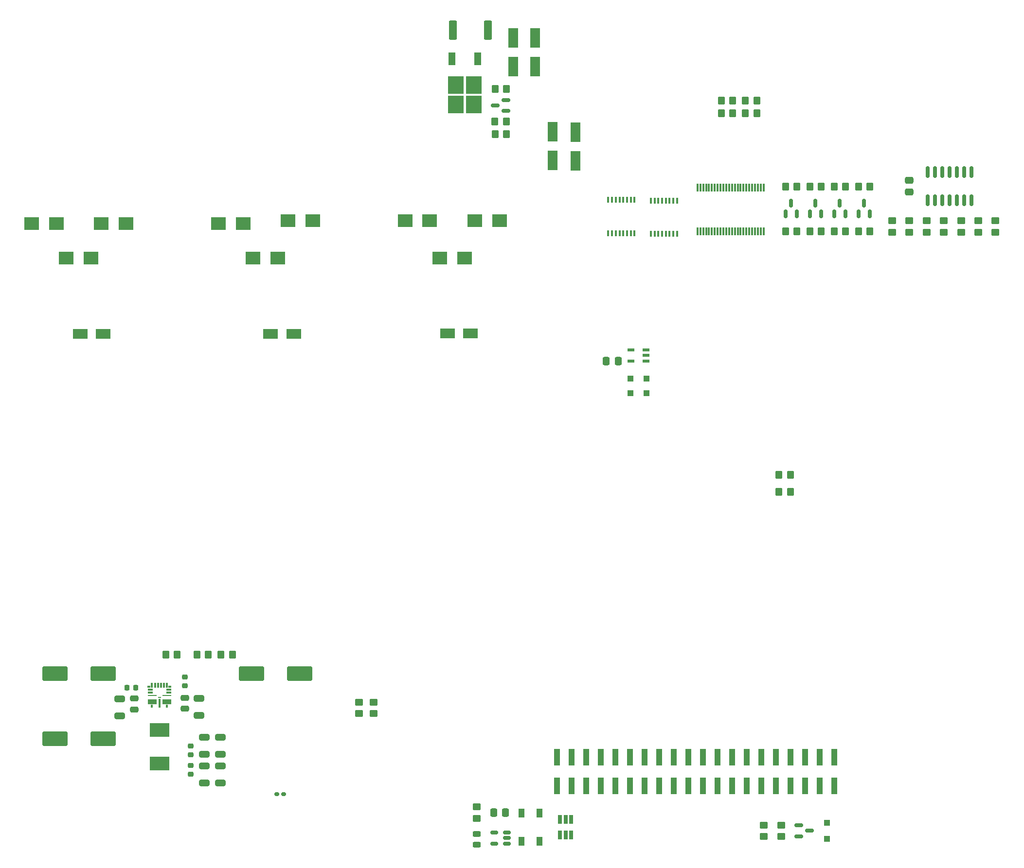
<source format=gbr>
%TF.GenerationSoftware,KiCad,Pcbnew,6.0.5+dfsg-1~bpo11+1*%
%TF.CreationDate,2022-06-23T19:05:58+00:00*%
%TF.ProjectId,OpenMowerMainboard,4f70656e-4d6f-4776-9572-4d61696e626f,rev?*%
%TF.SameCoordinates,Original*%
%TF.FileFunction,Paste,Top*%
%TF.FilePolarity,Positive*%
%FSLAX46Y46*%
G04 Gerber Fmt 4.6, Leading zero omitted, Abs format (unit mm)*
G04 Created by KiCad (PCBNEW 6.0.5+dfsg-1~bpo11+1) date 2022-06-23 19:05:58*
%MOMM*%
%LPD*%
G01*
G04 APERTURE LIST*
G04 Aperture macros list*
%AMRoundRect*
0 Rectangle with rounded corners*
0 $1 Rounding radius*
0 $2 $3 $4 $5 $6 $7 $8 $9 X,Y pos of 4 corners*
0 Add a 4 corners polygon primitive as box body*
4,1,4,$2,$3,$4,$5,$6,$7,$8,$9,$2,$3,0*
0 Add four circle primitives for the rounded corners*
1,1,$1+$1,$2,$3*
1,1,$1+$1,$4,$5*
1,1,$1+$1,$6,$7*
1,1,$1+$1,$8,$9*
0 Add four rect primitives between the rounded corners*
20,1,$1+$1,$2,$3,$4,$5,0*
20,1,$1+$1,$4,$5,$6,$7,0*
20,1,$1+$1,$6,$7,$8,$9,0*
20,1,$1+$1,$8,$9,$2,$3,0*%
G04 Aperture macros list end*
%ADD10R,1.800000X3.500000*%
%ADD11R,0.400000X1.000000*%
%ADD12RoundRect,0.250000X-0.450000X0.350000X-0.450000X-0.350000X0.450000X-0.350000X0.450000X0.350000X0*%
%ADD13RoundRect,0.225000X-0.250000X0.225000X-0.250000X-0.225000X0.250000X-0.225000X0.250000X0.225000X0*%
%ADD14RoundRect,0.150000X-0.587500X-0.150000X0.587500X-0.150000X0.587500X0.150000X-0.587500X0.150000X0*%
%ADD15RoundRect,0.250000X0.350000X0.450000X-0.350000X0.450000X-0.350000X-0.450000X0.350000X-0.450000X0*%
%ADD16RoundRect,0.250000X-0.350000X-0.450000X0.350000X-0.450000X0.350000X0.450000X-0.350000X0.450000X0*%
%ADD17RoundRect,0.250000X-0.337500X-0.475000X0.337500X-0.475000X0.337500X0.475000X-0.337500X0.475000X0*%
%ADD18RoundRect,0.243750X-0.456250X0.243750X-0.456250X-0.243750X0.456250X-0.243750X0.456250X0.243750X0*%
%ADD19RoundRect,0.150000X0.512500X0.150000X-0.512500X0.150000X-0.512500X-0.150000X0.512500X-0.150000X0*%
%ADD20RoundRect,0.250000X1.950000X1.000000X-1.950000X1.000000X-1.950000X-1.000000X1.950000X-1.000000X0*%
%ADD21RoundRect,0.250000X0.450000X-0.350000X0.450000X0.350000X-0.450000X0.350000X-0.450000X-0.350000X0*%
%ADD22R,1.100000X1.100000*%
%ADD23RoundRect,0.225000X0.250000X-0.225000X0.250000X0.225000X-0.250000X0.225000X-0.250000X-0.225000X0*%
%ADD24RoundRect,0.250000X0.650000X-0.325000X0.650000X0.325000X-0.650000X0.325000X-0.650000X-0.325000X0*%
%ADD25R,2.500000X2.300000*%
%ADD26R,3.429000X2.413000*%
%ADD27R,2.500000X1.800000*%
%ADD28RoundRect,0.250000X-0.475000X0.337500X-0.475000X-0.337500X0.475000X-0.337500X0.475000X0.337500X0*%
%ADD29RoundRect,0.150000X0.150000X-0.587500X0.150000X0.587500X-0.150000X0.587500X-0.150000X-0.587500X0*%
%ADD30R,1.000000X3.000000*%
%ADD31RoundRect,0.250000X-0.650000X0.325000X-0.650000X-0.325000X0.650000X-0.325000X0.650000X0.325000X0*%
%ADD32R,0.650000X1.560000*%
%ADD33RoundRect,0.250000X-1.950000X-1.000000X1.950000X-1.000000X1.950000X1.000000X-1.950000X1.000000X0*%
%ADD34R,0.300000X1.425000*%
%ADD35R,1.150000X0.600000*%
%ADD36RoundRect,0.225000X0.225000X0.250000X-0.225000X0.250000X-0.225000X-0.250000X0.225000X-0.250000X0*%
%ADD37RoundRect,0.250000X-0.475000X0.250000X-0.475000X-0.250000X0.475000X-0.250000X0.475000X0.250000X0*%
%ADD38R,2.750000X3.050000*%
%ADD39R,1.200000X2.200000*%
%ADD40R,1.000000X1.500000*%
%ADD41RoundRect,0.160000X0.222500X0.160000X-0.222500X0.160000X-0.222500X-0.160000X0.222500X-0.160000X0*%
%ADD42RoundRect,0.250000X0.337500X0.475000X-0.337500X0.475000X-0.337500X-0.475000X0.337500X-0.475000X0*%
%ADD43R,0.875000X0.300000*%
%ADD44R,1.525000X0.250000*%
%ADD45R,1.525000X0.950000*%
%ADD46R,0.450000X0.600000*%
%ADD47R,0.300000X1.650000*%
%ADD48R,0.450000X0.875000*%
%ADD49R,0.300000X0.875000*%
%ADD50R,0.500000X0.350000*%
%ADD51R,0.600000X0.250000*%
%ADD52RoundRect,0.249999X0.450001X1.425001X-0.450001X1.425001X-0.450001X-1.425001X0.450001X-1.425001X0*%
%ADD53RoundRect,0.150000X0.150000X-0.825000X0.150000X0.825000X-0.150000X0.825000X-0.150000X-0.825000X0*%
%ADD54RoundRect,0.150000X0.587500X0.150000X-0.587500X0.150000X-0.587500X-0.150000X0.587500X-0.150000X0*%
G04 APERTURE END LIST*
D10*
%TO.C,D15*%
X123250000Y-67300000D03*
X123250000Y-62300000D03*
%TD*%
D11*
%TO.C,U9*%
X128925000Y-79900000D03*
X129575000Y-79900000D03*
X130225000Y-79900000D03*
X130875000Y-79900000D03*
X131525000Y-79900000D03*
X132175000Y-79900000D03*
X132825000Y-79900000D03*
X133475000Y-79900000D03*
X133475000Y-74100000D03*
X132825000Y-74100000D03*
X132175000Y-74100000D03*
X131525000Y-74100000D03*
X130875000Y-74100000D03*
X130225000Y-74100000D03*
X129575000Y-74100000D03*
X128925000Y-74100000D03*
%TD*%
D12*
%TO.C,R5*%
X159000000Y-183000000D03*
X159000000Y-185000000D03*
%TD*%
D13*
%TO.C,C19*%
X56200000Y-172625000D03*
X56200000Y-174175000D03*
%TD*%
D14*
%TO.C,Q3*%
X162062500Y-183050000D03*
X162062500Y-184950000D03*
X163937500Y-184000000D03*
%TD*%
D15*
%TO.C,R41*%
X154800000Y-56800000D03*
X152800000Y-56800000D03*
%TD*%
D16*
%TO.C,R26*%
X109220000Y-62650000D03*
X111220000Y-62650000D03*
%TD*%
D17*
%TO.C,C25*%
X108962500Y-180800000D03*
X111037500Y-180800000D03*
%TD*%
D18*
%TO.C,D23*%
X106000000Y-184522500D03*
X106000000Y-186397500D03*
%TD*%
D19*
%TO.C,U7*%
X111307500Y-186220000D03*
X111307500Y-185270000D03*
X111307500Y-184320000D03*
X109032500Y-184320000D03*
X109032500Y-186220000D03*
%TD*%
D20*
%TO.C,C10*%
X41000000Y-168000000D03*
X32600000Y-168000000D03*
%TD*%
D15*
%TO.C,R40*%
X150600000Y-56800000D03*
X148600000Y-56800000D03*
%TD*%
D21*
%TO.C,R50*%
X196320000Y-79720000D03*
X196320000Y-77720000D03*
%TD*%
D15*
%TO.C,R43*%
X154800000Y-59000000D03*
X152800000Y-59000000D03*
%TD*%
D12*
%TO.C,R13*%
X88090000Y-161600000D03*
X88090000Y-163600000D03*
%TD*%
D22*
%TO.C,D14*%
X132800000Y-107800000D03*
X135600000Y-107800000D03*
%TD*%
D16*
%TO.C,R15*%
X168216666Y-79600000D03*
X170216666Y-79600000D03*
%TD*%
D12*
%TO.C,R48*%
X193320000Y-77720000D03*
X193320000Y-79720000D03*
%TD*%
D20*
%TO.C,C9*%
X41000000Y-156600000D03*
X32600000Y-156600000D03*
%TD*%
D23*
%TO.C,C18*%
X56200000Y-170775000D03*
X56200000Y-169225000D03*
%TD*%
D24*
%TO.C,C16*%
X58600000Y-170675000D03*
X58600000Y-167725000D03*
%TD*%
D25*
%TO.C,D7*%
X73175000Y-77750000D03*
X77475000Y-77750000D03*
%TD*%
D26*
%TO.C,L1*%
X50800000Y-166479000D03*
X50800000Y-172321000D03*
%TD*%
D27*
%TO.C,D19*%
X70150000Y-97400000D03*
X74150000Y-97400000D03*
%TD*%
D25*
%TO.C,D5*%
X28545000Y-78250000D03*
X32845000Y-78250000D03*
%TD*%
%TO.C,D9*%
X67100000Y-84250000D03*
X71400000Y-84250000D03*
%TD*%
D15*
%TO.C,R11*%
X59300000Y-153300000D03*
X57300000Y-153300000D03*
%TD*%
D21*
%TO.C,R7*%
X85550000Y-163600000D03*
X85550000Y-161600000D03*
%TD*%
D22*
%TO.C,D13*%
X135600000Y-105200000D03*
X132800000Y-105200000D03*
%TD*%
D21*
%TO.C,R44*%
X187320000Y-79720000D03*
X187320000Y-77720000D03*
%TD*%
D15*
%TO.C,R12*%
X63500000Y-153300000D03*
X61500000Y-153300000D03*
%TD*%
D11*
%TO.C,U10*%
X136325000Y-80000000D03*
X136975000Y-80000000D03*
X137625000Y-80000000D03*
X138275000Y-80000000D03*
X138925000Y-80000000D03*
X139575000Y-80000000D03*
X140225000Y-80000000D03*
X140875000Y-80000000D03*
X140875000Y-74200000D03*
X140225000Y-74200000D03*
X139575000Y-74200000D03*
X138925000Y-74200000D03*
X138275000Y-74200000D03*
X137625000Y-74200000D03*
X136975000Y-74200000D03*
X136325000Y-74200000D03*
%TD*%
D27*
%TO.C,D20*%
X100950000Y-97350000D03*
X104950000Y-97350000D03*
%TD*%
D28*
%TO.C,C5*%
X181320000Y-70682500D03*
X181320000Y-72757500D03*
%TD*%
D29*
%TO.C,Q16*%
X172499999Y-76537500D03*
X174399999Y-76537500D03*
X173449999Y-74662500D03*
%TD*%
D30*
%TO.C,J21*%
X119970000Y-171180000D03*
X119970000Y-176220000D03*
X122510000Y-171180000D03*
X122510000Y-176220000D03*
X125050000Y-171180000D03*
X125050000Y-176220000D03*
X127590000Y-171180000D03*
X127590000Y-176220000D03*
X130130000Y-171180000D03*
X130130000Y-176220000D03*
X132670000Y-171180000D03*
X132670000Y-176220000D03*
X135210000Y-171180000D03*
X135210000Y-176220000D03*
X137750000Y-171180000D03*
X137750000Y-176220000D03*
X140290000Y-171180000D03*
X140290000Y-176220000D03*
X142830000Y-171180000D03*
X142830000Y-176220000D03*
X145370000Y-171180000D03*
X145370000Y-176220000D03*
X147910000Y-171180000D03*
X147910000Y-176220000D03*
X150450000Y-171180000D03*
X150450000Y-176220000D03*
X152990000Y-171180000D03*
X152990000Y-176220000D03*
X155530000Y-171180000D03*
X155530000Y-176220000D03*
X158070000Y-171180000D03*
X158070000Y-176220000D03*
X160610000Y-171180000D03*
X160610000Y-176220000D03*
X163150000Y-171180000D03*
X163150000Y-176220000D03*
X165690000Y-171180000D03*
X165690000Y-176220000D03*
X168230000Y-171180000D03*
X168230000Y-176220000D03*
%TD*%
D12*
%TO.C,R46*%
X181320000Y-77720000D03*
X181320000Y-79720000D03*
%TD*%
D16*
%TO.C,R2*%
X158600000Y-122030000D03*
X160600000Y-122030000D03*
%TD*%
%TO.C,R9*%
X163983333Y-79600000D03*
X165983333Y-79600000D03*
%TD*%
%TO.C,R10*%
X163983333Y-71800000D03*
X165983333Y-71800000D03*
%TD*%
%TO.C,R19*%
X172449999Y-79600000D03*
X174449999Y-79600000D03*
%TD*%
D31*
%TO.C,C20*%
X61400000Y-172725000D03*
X61400000Y-175675000D03*
%TD*%
D25*
%TO.C,D10*%
X105675000Y-77750000D03*
X109975000Y-77750000D03*
%TD*%
D32*
%TO.C,U3*%
X122430000Y-182060000D03*
X121480000Y-182060000D03*
X120530000Y-182060000D03*
X120530000Y-184760000D03*
X121480000Y-184760000D03*
X122430000Y-184760000D03*
%TD*%
D12*
%TO.C,R18*%
X106000000Y-179840000D03*
X106000000Y-181840000D03*
%TD*%
D15*
%TO.C,R42*%
X150600000Y-59000000D03*
X148600000Y-59000000D03*
%TD*%
D12*
%TO.C,R49*%
X190320000Y-77720000D03*
X190320000Y-79720000D03*
%TD*%
D16*
%TO.C,R16*%
X168216666Y-71800000D03*
X170216666Y-71800000D03*
%TD*%
D31*
%TO.C,C11*%
X57700000Y-160925000D03*
X57700000Y-163875000D03*
%TD*%
D24*
%TO.C,C22*%
X61400000Y-170675000D03*
X61400000Y-167725000D03*
%TD*%
D33*
%TO.C,C23*%
X66800000Y-156600000D03*
X75200000Y-156600000D03*
%TD*%
D23*
%TO.C,C17*%
X55200000Y-158775000D03*
X55200000Y-157225000D03*
%TD*%
D16*
%TO.C,R27*%
X109170000Y-60450000D03*
X111170000Y-60450000D03*
%TD*%
D21*
%TO.C,R4*%
X156000000Y-185000000D03*
X156000000Y-183000000D03*
%TD*%
D34*
%TO.C,IC1*%
X155950000Y-71988000D03*
X155450000Y-71988000D03*
X154950000Y-71988000D03*
X154450000Y-71988000D03*
X153950000Y-71988000D03*
X153450000Y-71988000D03*
X152950000Y-71988000D03*
X152450000Y-71988000D03*
X151950000Y-71988000D03*
X151450000Y-71988000D03*
X150950000Y-71988000D03*
X150450000Y-71988000D03*
X149950000Y-71988000D03*
X149450000Y-71988000D03*
X148950000Y-71988000D03*
X148450000Y-71988000D03*
X147950000Y-71988000D03*
X147450000Y-71988000D03*
X146950000Y-71988000D03*
X146450000Y-71988000D03*
X145950000Y-71988000D03*
X145450000Y-71988000D03*
X144950000Y-71988000D03*
X144450000Y-71988000D03*
X144450000Y-79612000D03*
X144950000Y-79612000D03*
X145450000Y-79612000D03*
X145950000Y-79612000D03*
X146450000Y-79612000D03*
X146950000Y-79612000D03*
X147450000Y-79612000D03*
X147950000Y-79612000D03*
X148450000Y-79612000D03*
X148950000Y-79612000D03*
X149450000Y-79612000D03*
X149950000Y-79612000D03*
X150450000Y-79612000D03*
X150950000Y-79612000D03*
X151450000Y-79612000D03*
X151950000Y-79612000D03*
X152450000Y-79612000D03*
X152950000Y-79612000D03*
X153450000Y-79612000D03*
X153950000Y-79612000D03*
X154450000Y-79612000D03*
X154950000Y-79612000D03*
X155450000Y-79612000D03*
X155950000Y-79612000D03*
%TD*%
D35*
%TO.C,IC2*%
X135500000Y-102150000D03*
X135500000Y-101200000D03*
X135500000Y-100250000D03*
X132900000Y-100250000D03*
X132900000Y-102150000D03*
%TD*%
D36*
%TO.C,C15*%
X46675000Y-159100000D03*
X45125000Y-159100000D03*
%TD*%
D29*
%TO.C,Q13*%
X159800000Y-76537500D03*
X161700000Y-76537500D03*
X160750000Y-74662500D03*
%TD*%
D25*
%TO.C,D11*%
X93545000Y-77750000D03*
X97845000Y-77750000D03*
%TD*%
D16*
%TO.C,R20*%
X172449999Y-71800000D03*
X174449999Y-71800000D03*
%TD*%
D25*
%TO.C,D4*%
X40675000Y-78250000D03*
X44975000Y-78250000D03*
%TD*%
D29*
%TO.C,Q15*%
X168266666Y-76537500D03*
X170166666Y-76537500D03*
X169216666Y-74662500D03*
%TD*%
D37*
%TO.C,C14*%
X55200000Y-160850000D03*
X55200000Y-162750000D03*
%TD*%
D25*
%TO.C,D12*%
X99600000Y-84250000D03*
X103900000Y-84250000D03*
%TD*%
D27*
%TO.C,D18*%
X37000000Y-97400000D03*
X41000000Y-97400000D03*
%TD*%
D25*
%TO.C,D6*%
X34600000Y-84250000D03*
X38900000Y-84250000D03*
%TD*%
D38*
%TO.C,Q6*%
X102425000Y-57455000D03*
X105475000Y-54105000D03*
X105475000Y-57455000D03*
X102425000Y-54105000D03*
D39*
X106230000Y-49480000D03*
X101670000Y-49480000D03*
%TD*%
D16*
%TO.C,R8*%
X51900000Y-153300000D03*
X53900000Y-153300000D03*
%TD*%
D40*
%TO.C,D25*%
X113785000Y-185805000D03*
X116985000Y-185805000D03*
X116985000Y-180905000D03*
X113785000Y-180905000D03*
%TD*%
D41*
%TO.C,D17*%
X72372500Y-177600000D03*
X71227500Y-177600000D03*
%TD*%
D16*
%TO.C,R3*%
X159750000Y-79600000D03*
X161750000Y-79600000D03*
%TD*%
D15*
%TO.C,R28*%
X111230000Y-54750000D03*
X109230000Y-54750000D03*
%TD*%
D10*
%TO.C,D2*%
X112400000Y-45900000D03*
X112400000Y-50900000D03*
%TD*%
D42*
%TO.C,C1*%
X130637500Y-102200000D03*
X128562500Y-102200000D03*
%TD*%
D43*
%TO.C,IC3*%
X49188000Y-159450000D03*
X49188000Y-159950000D03*
D44*
X49513000Y-160450000D03*
D45*
X49513000Y-161500000D03*
D46*
X49475000Y-162275000D03*
D47*
X50800000Y-161750000D03*
D46*
X52125000Y-162275000D03*
D45*
X52087000Y-161500000D03*
D44*
X52087000Y-160450000D03*
D43*
X52412000Y-159950000D03*
X52412000Y-159450000D03*
D48*
X52125000Y-158663000D03*
D49*
X51550000Y-158663000D03*
X51050000Y-158663000D03*
X50550000Y-158663000D03*
X50050000Y-158663000D03*
D48*
X49475000Y-158663000D03*
D50*
X49000000Y-158925000D03*
D51*
X50800000Y-160800000D03*
D50*
X52600000Y-158925000D03*
%TD*%
D25*
%TO.C,D8*%
X61045000Y-78250000D03*
X65345000Y-78250000D03*
%TD*%
D31*
%TO.C,C21*%
X58600000Y-172725000D03*
X58600000Y-175675000D03*
%TD*%
%TO.C,C12*%
X43900000Y-161025000D03*
X43900000Y-163975000D03*
%TD*%
D52*
%TO.C,R51*%
X107950000Y-44500000D03*
X101850000Y-44500000D03*
%TD*%
D53*
%TO.C,U2*%
X184510000Y-74195000D03*
X185780000Y-74195000D03*
X187050000Y-74195000D03*
X188320000Y-74195000D03*
X189590000Y-74195000D03*
X190860000Y-74195000D03*
X192130000Y-74195000D03*
X192130000Y-69245000D03*
X190860000Y-69245000D03*
X189590000Y-69245000D03*
X188320000Y-69245000D03*
X187050000Y-69245000D03*
X185780000Y-69245000D03*
X184510000Y-69245000D03*
%TD*%
D12*
%TO.C,R47*%
X184320000Y-77720000D03*
X184320000Y-79720000D03*
%TD*%
D37*
%TO.C,C13*%
X46400000Y-160950000D03*
X46400000Y-162850000D03*
%TD*%
D29*
%TO.C,Q14*%
X164033333Y-76537500D03*
X165933333Y-76537500D03*
X164983333Y-74662500D03*
%TD*%
D16*
%TO.C,R1*%
X158600000Y-124980000D03*
X160600000Y-124980000D03*
%TD*%
%TO.C,R6*%
X159750000Y-71800000D03*
X161750000Y-71800000D03*
%TD*%
D22*
%TO.C,D1*%
X167000000Y-182600000D03*
X167000000Y-185400000D03*
%TD*%
D10*
%TO.C,D3*%
X116200000Y-50900000D03*
X116200000Y-45900000D03*
%TD*%
%TO.C,D16*%
X119200000Y-67250000D03*
X119200000Y-62250000D03*
%TD*%
D54*
%TO.C,Q5*%
X111097500Y-58600000D03*
X111097500Y-56700000D03*
X109222500Y-57650000D03*
%TD*%
D12*
%TO.C,R45*%
X178320000Y-77720000D03*
X178320000Y-79720000D03*
%TD*%
M02*

</source>
